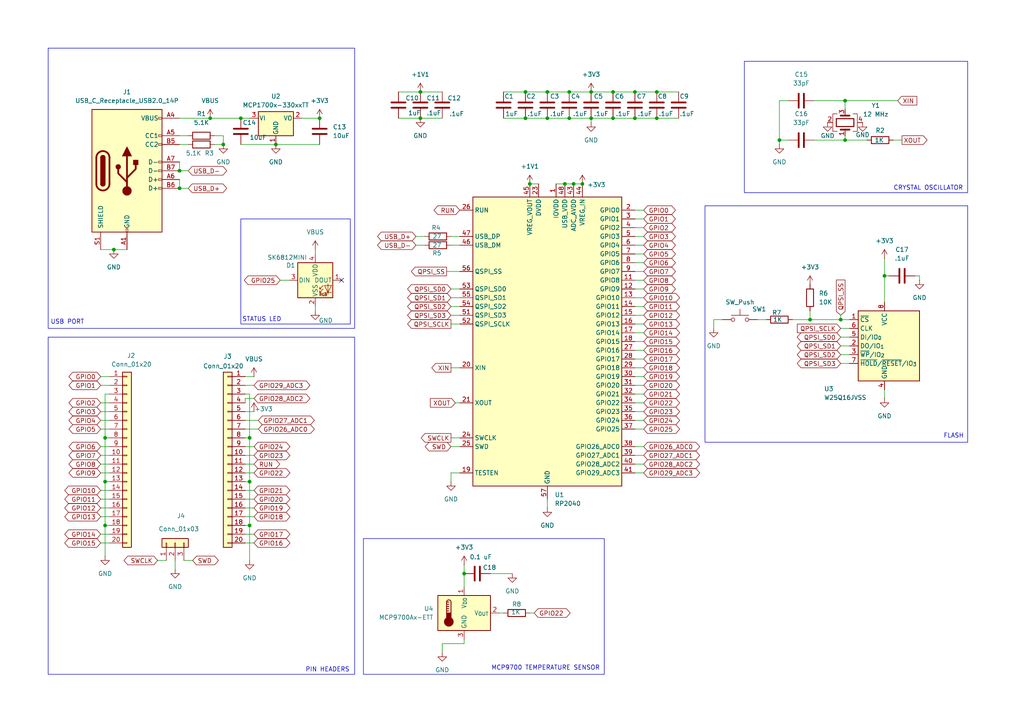
<source format=kicad_sch>
(kicad_sch (version 20250114) (generator "eeschema") (generator_version "9.0")
  (paper "A4")
  (rectangle (start 105.41 156.21) (end 175.26 195.58))
  (text "MCP9700 TEMPERATURE SENSOR" (at 158.242 193.802 0) (effects (font (size 1.27 1.27))))
  (text "USB PORT" (at 19.558 93.472 0) (effects (font (size 1.27 1.27))))
  (text "PIN HEADERS\n" (at 94.996 194.31 0) (effects (font (size 1.27 1.27))))
  (text "STATUS LED" (at 75.946 92.71 0) (effects (font (size 1.27 1.27))))
  (text "FLASH\n" (at 276.606 126.492 0) (effects (font (size 1.27 1.27))))
  (text "CRYSTAL OSCILLATOR\n" (at 269.24 54.61 0) (effects (font (size 1.27 1.27))))
  (text_box "" (at 13.97 13.97 0) (size 88.9 81.28) (margins 0.9525 0.9525 0.9525 0.9525) (effects (font (size 1.27 1.27)) (justify left top)))
  (text_box "" (at 13.97 97.79 0) (size 88.9 97.79) (margins 0.9525 0.9525 0.9525 0.9525) (effects (font (size 1.27 1.27)) (justify left top)))
  (text_box "" (at 69.85 63.5 0) (size 31.75 30.48) (margins 0.9525 0.9525 0.9525 0.9525) (effects (font (size 1.27 1.27)) (justify left top)))
  (text_box "" (at 204.47 59.69 0) (size 76.2 68.58) (margins 0.9525 0.9525 0.9525 0.9525) (effects (font (size 1.27 1.27)) (justify left top)))
  (text_box "" (at 215.9 17.78 0) (size 64.77 38.1) (margins 0.9525 0.9525 0.9525 0.9525) (effects (font (size 1.27 1.27)) (justify left top)))
  (junction (at 171.45 34.29))
  (junction (at 52.07 49.53))
  (junction (at 184.15 26.67))
  (junction (at 165.1 26.67))
  (junction (at 72.39 127))
  (junction (at 69.85 34.29))
  (junction (at 226.06 40.64))
  (junction (at 177.8 34.29))
  (junction (at 177.8 26.67))
  (junction (at 121.92 26.67))
  (junction (at 92.71 34.29))
  (junction (at 80.01 41.91))
  (junction (at 72.39 139.7))
  (junction (at 190.5 34.29))
  (junction (at 30.48 127))
  (junction (at 152.4 26.67))
  (junction (at 234.95 92.71))
  (junction (at 168.91 53.34))
  (junction (at 30.48 139.7))
  (junction (at 171.45 26.67))
  (junction (at 33.02 72.39))
  (junction (at 165.1 34.29))
  (junction (at 184.15 34.29))
  (junction (at 52.07 54.61))
  (junction (at 158.75 34.29))
  (junction (at 190.5 26.67))
  (junction (at 153.67 53.34))
  (junction (at 245.11 40.64))
  (junction (at 134.62 166.37))
  (junction (at 256.54 80.01))
  (junction (at 166.37 53.34))
  (junction (at 243.84 92.71))
  (junction (at 158.75 26.67))
  (junction (at 245.11 29.21))
  (junction (at 72.39 152.4))
  (junction (at 30.48 152.4))
  (junction (at 163.83 53.34))
  (junction (at 60.96 34.29))
  (junction (at 64.77 41.91))
  (junction (at 121.92 34.29))
  (junction (at 152.4 34.29))
  (no_connect (at 99.06 81.28))
  (wire (pts (xy 184.15 78.74) (xy 186.69 78.74)))
  (wire (pts (xy 184.15 96.52) (xy 186.69 96.52)))
  (wire (pts (xy 52.07 34.29) (xy 60.96 34.29)))
  (wire (pts (xy 72.39 152.4) (xy 72.39 162.56)))
  (wire (pts (xy 130.81 83.82) (xy 133.35 83.82)))
  (wire (pts (xy 243.84 91.44) (xy 243.84 92.71)))
  (wire (pts (xy 71.12 114.3) (xy 72.39 114.3)))
  (wire (pts (xy 161.29 53.34) (xy 163.83 53.34)))
  (wire (pts (xy 71.12 124.46) (xy 74.93 124.46)))
  (wire (pts (xy 72.39 114.3) (xy 72.39 127)))
  (wire (pts (xy 71.12 149.86) (xy 73.66 149.86)))
  (wire (pts (xy 184.15 137.16) (xy 186.69 137.16)))
  (wire (pts (xy 184.15 116.84) (xy 186.69 116.84)))
  (wire (pts (xy 71.12 144.78) (xy 73.66 144.78)))
  (wire (pts (xy 130.81 68.58) (xy 133.35 68.58)))
  (wire (pts (xy 130.81 71.12) (xy 133.35 71.12)))
  (wire (pts (xy 69.85 34.29) (xy 72.39 34.29)))
  (wire (pts (xy 130.81 88.9) (xy 133.35 88.9)))
  (wire (pts (xy 184.15 86.36) (xy 186.69 86.36)))
  (wire (pts (xy 184.15 129.54) (xy 186.69 129.54)))
  (wire (pts (xy 184.15 114.3) (xy 186.69 114.3)))
  (wire (pts (xy 71.12 116.84) (xy 71.12 115.57)))
  (wire (pts (xy 30.48 139.7) (xy 31.75 139.7)))
  (wire (pts (xy 128.27 186.69) (xy 134.62 186.69)))
  (wire (pts (xy 184.15 101.6) (xy 186.69 101.6)))
  (wire (pts (xy 71.12 154.94) (xy 73.66 154.94)))
  (wire (pts (xy 71.12 132.08) (xy 73.66 132.08)))
  (wire (pts (xy 229.87 92.71) (xy 234.95 92.71)))
  (wire (pts (xy 83.82 81.28) (xy 81.28 81.28)))
  (wire (pts (xy 234.95 92.71) (xy 243.84 92.71)))
  (wire (pts (xy 166.37 53.34) (xy 168.91 53.34)))
  (wire (pts (xy 132.08 116.84) (xy 133.35 116.84)))
  (wire (pts (xy 31.75 137.16) (xy 29.21 137.16)))
  (wire (pts (xy 184.15 93.98) (xy 186.69 93.98)))
  (wire (pts (xy 158.75 26.67) (xy 165.1 26.67)))
  (wire (pts (xy 31.75 114.3) (xy 30.48 114.3)))
  (wire (pts (xy 72.39 127) (xy 72.39 139.7)))
  (wire (pts (xy 115.57 34.29) (xy 121.92 34.29)))
  (wire (pts (xy 130.81 86.36) (xy 133.35 86.36)))
  (wire (pts (xy 30.48 139.7) (xy 30.48 152.4)))
  (wire (pts (xy 243.84 102.87) (xy 246.38 102.87)))
  (wire (pts (xy 171.45 26.67) (xy 177.8 26.67)))
  (wire (pts (xy 256.54 74.93) (xy 256.54 80.01)))
  (wire (pts (xy 184.15 76.2) (xy 186.69 76.2)))
  (wire (pts (xy 245.11 29.21) (xy 260.35 29.21)))
  (wire (pts (xy 71.12 147.32) (xy 73.66 147.32)))
  (wire (pts (xy 50.8 162.56) (xy 50.8 165.1)))
  (wire (pts (xy 236.22 40.64) (xy 245.11 40.64)))
  (wire (pts (xy 31.75 132.08) (xy 29.21 132.08)))
  (wire (pts (xy 256.54 113.03) (xy 256.54 115.57)))
  (wire (pts (xy 256.54 80.01) (xy 256.54 87.63)))
  (wire (pts (xy 52.07 46.99) (xy 52.07 49.53)))
  (wire (pts (xy 128.27 186.69) (xy 128.27 189.23)))
  (wire (pts (xy 33.02 72.39) (xy 36.83 72.39)))
  (wire (pts (xy 31.75 154.94) (xy 29.21 154.94)))
  (wire (pts (xy 171.45 34.29) (xy 177.8 34.29)))
  (wire (pts (xy 184.15 71.12) (xy 186.69 71.12)))
  (wire (pts (xy 130.81 93.98) (xy 133.35 93.98)))
  (wire (pts (xy 184.15 73.66) (xy 186.69 73.66)))
  (wire (pts (xy 31.75 129.54) (xy 29.21 129.54)))
  (wire (pts (xy 184.15 106.68) (xy 186.69 106.68)))
  (wire (pts (xy 30.48 152.4) (xy 31.75 152.4)))
  (wire (pts (xy 177.8 26.67) (xy 184.15 26.67)))
  (wire (pts (xy 266.7 81.28) (xy 266.7 80.01)))
  (wire (pts (xy 184.15 26.67) (xy 190.5 26.67)))
  (wire (pts (xy 31.75 144.78) (xy 29.21 144.78)))
  (wire (pts (xy 226.06 29.21) (xy 226.06 40.64)))
  (wire (pts (xy 146.05 26.67) (xy 152.4 26.67)))
  (wire (pts (xy 115.57 26.67) (xy 121.92 26.67)))
  (wire (pts (xy 146.05 34.29) (xy 152.4 34.29)))
  (wire (pts (xy 158.75 144.78) (xy 158.75 147.32)))
  (wire (pts (xy 243.84 105.41) (xy 246.38 105.41)))
  (wire (pts (xy 184.15 68.58) (xy 186.69 68.58)))
  (wire (pts (xy 69.85 41.91) (xy 80.01 41.91)))
  (wire (pts (xy 71.12 129.54) (xy 73.66 129.54)))
  (wire (pts (xy 64.77 39.37) (xy 64.77 41.91)))
  (wire (pts (xy 52.07 41.91) (xy 54.61 41.91)))
  (wire (pts (xy 177.8 34.29) (xy 184.15 34.29)))
  (wire (pts (xy 190.5 26.67) (xy 196.85 26.67)))
  (wire (pts (xy 71.12 119.38) (xy 73.66 119.38)))
  (wire (pts (xy 184.15 91.44) (xy 186.69 91.44)))
  (wire (pts (xy 52.07 54.61) (xy 54.61 54.61)))
  (wire (pts (xy 171.45 34.29) (xy 171.45 35.56)))
  (wire (pts (xy 120.65 71.12) (xy 123.19 71.12)))
  (wire (pts (xy 184.15 99.06) (xy 186.69 99.06)))
  (wire (pts (xy 245.11 39.37) (xy 245.11 40.64)))
  (wire (pts (xy 184.15 34.29) (xy 190.5 34.29)))
  (wire (pts (xy 243.84 100.33) (xy 246.38 100.33)))
  (wire (pts (xy 31.75 111.76) (xy 29.21 111.76)))
  (wire (pts (xy 228.6 29.21) (xy 226.06 29.21)))
  (wire (pts (xy 184.15 109.22) (xy 186.69 109.22)))
  (wire (pts (xy 209.55 92.71) (xy 207.01 92.71)))
  (wire (pts (xy 71.12 115.57) (xy 73.66 115.57)))
  (wire (pts (xy 130.81 106.68) (xy 133.35 106.68)))
  (wire (pts (xy 165.1 34.29) (xy 171.45 34.29)))
  (wire (pts (xy 71.12 152.4) (xy 72.39 152.4)))
  (wire (pts (xy 226.06 40.64) (xy 226.06 41.91)))
  (wire (pts (xy 91.44 72.39) (xy 91.44 73.66)))
  (wire (pts (xy 31.75 142.24) (xy 29.21 142.24)))
  (wire (pts (xy 184.15 111.76) (xy 186.69 111.76)))
  (wire (pts (xy 184.15 88.9) (xy 186.69 88.9)))
  (wire (pts (xy 45.72 162.56) (xy 48.26 162.56)))
  (wire (pts (xy 261.62 40.64) (xy 259.08 40.64)))
  (wire (pts (xy 71.12 127) (xy 72.39 127)))
  (wire (pts (xy 120.65 68.58) (xy 123.19 68.58)))
  (wire (pts (xy 226.06 40.64) (xy 228.6 40.64)))
  (wire (pts (xy 31.75 116.84) (xy 29.21 116.84)))
  (wire (pts (xy 30.48 114.3) (xy 30.48 127)))
  (wire (pts (xy 256.54 80.01) (xy 257.81 80.01)))
  (wire (pts (xy 71.12 111.76) (xy 73.66 111.76)))
  (wire (pts (xy 31.75 109.22) (xy 29.21 109.22)))
  (wire (pts (xy 130.81 91.44) (xy 133.35 91.44)))
  (wire (pts (xy 134.62 166.37) (xy 134.62 170.18)))
  (wire (pts (xy 184.15 60.96) (xy 186.69 60.96)))
  (wire (pts (xy 31.75 121.92) (xy 29.21 121.92)))
  (wire (pts (xy 121.92 34.29) (xy 128.27 34.29)))
  (wire (pts (xy 134.62 163.83) (xy 134.62 166.37)))
  (wire (pts (xy 184.15 121.92) (xy 186.69 121.92)))
  (wire (pts (xy 184.15 104.14) (xy 186.69 104.14)))
  (wire (pts (xy 243.84 92.71) (xy 246.38 92.71)))
  (wire (pts (xy 130.81 129.54) (xy 133.35 129.54)))
  (wire (pts (xy 52.07 49.53) (xy 54.61 49.53)))
  (wire (pts (xy 236.22 29.21) (xy 245.11 29.21)))
  (wire (pts (xy 184.15 63.5) (xy 186.69 63.5)))
  (wire (pts (xy 91.44 88.9) (xy 91.44 90.17)))
  (wire (pts (xy 31.75 134.62) (xy 29.21 134.62)))
  (wire (pts (xy 52.07 39.37) (xy 54.61 39.37)))
  (wire (pts (xy 129.54 78.74) (xy 133.35 78.74)))
  (wire (pts (xy 62.23 39.37) (xy 64.77 39.37)))
  (wire (pts (xy 71.12 139.7) (xy 72.39 139.7)))
  (wire (pts (xy 52.07 52.07) (xy 52.07 54.61)))
  (wire (pts (xy 31.75 124.46) (xy 29.21 124.46)))
  (wire (pts (xy 184.15 134.62) (xy 186.69 134.62)))
  (wire (pts (xy 158.75 34.29) (xy 165.1 34.29)))
  (wire (pts (xy 245.11 40.64) (xy 251.46 40.64)))
  (wire (pts (xy 31.75 157.48) (xy 29.21 157.48)))
  (wire (pts (xy 219.71 92.71) (xy 222.25 92.71)))
  (wire (pts (xy 53.34 162.56) (xy 55.88 162.56)))
  (wire (pts (xy 30.48 127) (xy 30.48 139.7)))
  (wire (pts (xy 184.15 81.28) (xy 186.69 81.28)))
  (wire (pts (xy 152.4 26.67) (xy 158.75 26.67)))
  (wire (pts (xy 184.15 119.38) (xy 186.69 119.38)))
  (wire (pts (xy 62.23 41.91) (xy 64.77 41.91)))
  (wire (pts (xy 130.81 139.7) (xy 130.81 137.16)))
  (wire (pts (xy 31.75 119.38) (xy 29.21 119.38)))
  (wire (pts (xy 163.83 53.34) (xy 166.37 53.34)))
  (wire (pts (xy 266.7 80.01) (xy 265.43 80.01)))
  (wire (pts (xy 165.1 26.67) (xy 171.45 26.67)))
  (wire (pts (xy 60.96 34.29) (xy 69.85 34.29)))
  (wire (pts (xy 71.12 109.22) (xy 73.66 109.22)))
  (wire (pts (xy 153.67 177.8) (xy 154.94 177.8)))
  (wire (pts (xy 243.84 97.79) (xy 246.38 97.79)))
  (wire (pts (xy 152.4 34.29) (xy 158.75 34.29)))
  (wire (pts (xy 234.95 90.17) (xy 234.95 92.71)))
  (wire (pts (xy 71.12 137.16) (xy 73.66 137.16)))
  (wire (pts (xy 121.92 26.67) (xy 128.27 26.67)))
  (wire (pts (xy 80.01 41.91) (xy 92.71 41.91)))
  (wire (pts (xy 71.12 157.48) (xy 73.66 157.48)))
  (wire (pts (xy 243.84 95.25) (xy 246.38 95.25)))
  (wire (pts (xy 144.78 177.8) (xy 146.05 177.8)))
  (wire (pts (xy 71.12 121.92) (xy 74.93 121.92)))
  (wire (pts (xy 184.15 66.04) (xy 186.69 66.04)))
  (wire (pts (xy 71.12 142.24) (xy 73.66 142.24)))
  (wire (pts (xy 130.81 137.16) (xy 133.35 137.16)))
  (wire (pts (xy 30.48 152.4) (xy 30.48 161.29)))
  (wire (pts (xy 142.24 166.37) (xy 148.59 166.37)))
  (wire (pts (xy 31.75 147.32) (xy 29.21 147.32)))
  (wire (pts (xy 245.11 29.21) (xy 245.11 31.75)))
  (wire (pts (xy 190.5 34.29) (xy 196.85 34.29)))
  (wire (pts (xy 184.15 132.08) (xy 186.69 132.08)))
  (wire (pts (xy 87.63 34.29) (xy 92.71 34.29)))
  (wire (pts (xy 71.12 134.62) (xy 73.66 134.62)))
  (wire (pts (xy 134.62 186.69) (xy 134.62 185.42)))
  (wire (pts (xy 207.01 95.25) (xy 207.01 92.71)))
  (wire (pts (xy 130.81 127) (xy 133.35 127)))
  (wire (pts (xy 72.39 139.7) (xy 72.39 152.4)))
  (wire (pts (xy 30.48 127) (xy 31.75 127)))
  (wire (pts (xy 29.21 72.39) (xy 33.02 72.39)))
  (wire (pts (xy 153.67 53.34) (xy 156.21 53.34)))
  (wire (pts (xy 184.15 124.46) (xy 186.69 124.46)))
  (wire (pts (xy 31.75 149.86) (xy 29.21 149.86)))
  (wire (pts (xy 184.15 83.82) (xy 186.69 83.82)))
  (global_label "GPIO15" (shape bidirectional) (at 186.69 99.06 0) (property "Intersheetrefs" "${INTERSHEET_REFS}" (effects (hide yes))))
  (global_label "GPIO4" (shape bidirectional) (at 186.69 71.12 0) (property "Intersheetrefs" "${INTERSHEET_REFS}" (effects (hide yes))))
  (global_label "GPIO12" (shape bidirectional) (at 29.21 147.32 180) (property "Intersheetrefs" "${INTERSHEET_REFS}" (effects (hide yes))))
  (global_label "GPIO3" (shape bidirectional) (at 29.21 119.38 180) (property "Intersheetrefs" "${INTERSHEET_REFS}" (effects (hide yes))))
  (global_label "GPIO10" (shape bidirectional) (at 186.69 86.36 0) (property "Intersheetrefs" "${INTERSHEET_REFS}" (effects (hide yes))))
  (global_label "GPIO2" (shape bidirectional) (at 29.21 116.84 180) (property "Intersheetrefs" "${INTERSHEET_REFS}" (effects (hide yes))))
  (global_label "GPIO4" (shape bidirectional) (at 29.21 121.92 180) (property "Intersheetrefs" "${INTERSHEET_REFS}" (effects (hide yes))))
  (global_label "GPIO26_ADC0" (shape bidirectional) (at 186.69 129.54 0) (property "Intersheetrefs" "${INTERSHEET_REFS}" (effects (hide yes))))
  (global_label "GPIO3" (shape bidirectional) (at 186.69 68.58 0) (property "Intersheetrefs" "${INTERSHEET_REFS}" (effects (hide yes))))
  (global_label "GPIO11" (shape bidirectional) (at 29.21 144.78 180) (property "Intersheetrefs" "${INTERSHEET_REFS}" (effects (hide yes))))
  (global_label "GPIO20" (shape bidirectional) (at 73.66 144.78 0) (property "Intersheetrefs" "${INTERSHEET_REFS}" (effects (hide yes))))
  (global_label "GPIO29_ADC3" (shape bidirectional) (at 73.66 111.76 0) (property "Intersheetrefs" "${INTERSHEET_REFS}" (effects (hide yes))))
  (global_label "GPIO22" (shape bidirectional) (at 186.69 116.84 0) (property "Intersheetrefs" "${INTERSHEET_REFS}" (effects (hide yes))))
  (global_label "GPIO1" (shape bidirectional) (at 29.21 111.76 180) (property "Intersheetrefs" "${INTERSHEET_REFS}" (effects (hide yes))))
  (global_label "GPIO11" (shape bidirectional) (at 186.69 88.9 0) (property "Intersheetrefs" "${INTERSHEET_REFS}" (effects (hide yes))))
  (global_label "GPIO26_ADC0" (shape bidirectional) (at 74.93 124.46 0) (property "Intersheetrefs" "${INTERSHEET_REFS}" (effects (hide yes))))
  (global_label "GPIO7" (shape bidirectional) (at 186.69 78.74 0) (property "Intersheetrefs" "${INTERSHEET_REFS}" (effects (hide yes))))
  (global_label "GPIO23" (shape bidirectional) (at 73.66 132.08 0) (property "Intersheetrefs" "${INTERSHEET_REFS}" (effects (hide yes))))
  (global_label "SWCLK" (shape bidirectional) (at 45.72 162.56 180) (property "Intersheetrefs" "${INTERSHEET_REFS}" (effects (hide yes))))
  (global_label "GPIO21" (shape bidirectional) (at 186.69 114.3 0) (property "Intersheetrefs" "${INTERSHEET_REFS}" (effects (hide yes))))
  (global_label "QPSI_SD0" (shape bidirectional) (at 130.81 83.82 180) (property "Intersheetrefs" "${INTERSHEET_REFS}" (effects (hide yes))))
  (global_label "GPIO28_ADC2" (shape bidirectional) (at 73.66 115.57 0) (property "Intersheetrefs" "${INTERSHEET_REFS}" (effects (hide yes))))
  (global_label "GPIO17" (shape bidirectional) (at 186.69 104.14 0) (property "Intersheetrefs" "${INTERSHEET_REFS}" (effects (hide yes))))
  (global_label "RUN" (shape bidirectional) (at 73.66 134.62 0) (property "Intersheetrefs" "${INTERSHEET_REFS}" (effects (hide yes))))
  (global_label "GPIO18" (shape bidirectional) (at 73.66 149.86 0) (property "Intersheetrefs" "${INTERSHEET_REFS}" (effects (hide yes))))
  (global_label "GPIO13" (shape bidirectional) (at 186.69 93.98 0) (property "Intersheetrefs" "${INTERSHEET_REFS}" (effects (hide yes))))
  (global_label "XOUT" (shape output) (at 261.62 40.64 0) (property "Intersheetrefs" "${INTERSHEET_REFS}" (effects (hide yes))))
  (global_label "GPIO23" (shape bidirectional) (at 186.69 119.38 0) (property "Intersheetrefs" "${INTERSHEET_REFS}" (effects (hide yes))))
  (global_label "GPIO25" (shape bidirectional) (at 186.69 124.46 0) (property "Intersheetrefs" "${INTERSHEET_REFS}" (effects (hide yes))))
  (global_label "GPIO17" (shape bidirectional) (at 73.66 154.94 0) (property "Intersheetrefs" "${INTERSHEET_REFS}" (effects (hide yes))))
  (global_label "GPIO22" (shape bidirectional) (at 154.94 177.8 0) (property "Intersheetrefs" "${INTERSHEET_REFS}" (effects (hide yes))))
  (global_label "GPIO0" (shape bidirectional) (at 29.21 109.22 180) (property "Intersheetrefs" "${INTERSHEET_REFS}" (effects (hide yes))))
  (global_label "GPIO27_ADC1" (shape bidirectional) (at 186.69 132.08 0) (property "Intersheetrefs" "${INTERSHEET_REFS}" (effects (hide yes))))
  (global_label "GPIO14" (shape bidirectional) (at 29.21 154.94 180) (property "Intersheetrefs" "${INTERSHEET_REFS}" (effects (hide yes))))
  (global_label "QPSI_SS" (shape output) (at 129.54 78.74 180) (property "Intersheetrefs" "${INTERSHEET_REFS}" (effects (hide yes))))
  (global_label "GPIO29_ADC3" (shape bidirectional) (at 186.69 137.16 0) (property "Intersheetrefs" "${INTERSHEET_REFS}" (effects (hide yes))))
  (global_label "GPIO1" (shape bidirectional) (at 186.69 63.5 0) (property "Intersheetrefs" "${INTERSHEET_REFS}" (effects (hide yes))))
  (global_label "GPIO27_ADC1" (shape bidirectional) (at 74.93 121.92 0) (property "Intersheetrefs" "${INTERSHEET_REFS}" (effects (hide yes))))
  (global_label "GPIO10" (shape bidirectional) (at 29.21 142.24 180) (property "Intersheetrefs" "${INTERSHEET_REFS}" (effects (hide yes))))
  (global_label "GPIO9" (shape bidirectional) (at 29.21 137.16 180) (property "Intersheetrefs" "${INTERSHEET_REFS}" (effects (hide yes))))
  (global_label "QPSI_SD2" (shape bidirectional) (at 130.81 88.9 180) (property "Intersheetrefs" "${INTERSHEET_REFS}" (effects (hide yes))))
  (global_label "GPIO8" (shape bidirectional) (at 29.21 134.62 180) (property "Intersheetrefs" "${INTERSHEET_REFS}" (effects (hide yes))))
  (global_label "GPIO0" (shape bidirectional) (at 186.69 60.96 0) (property "Intersheetrefs" "${INTERSHEET_REFS}" (effects (hide yes))))
  (global_label "GPIO14" (shape bidirectional) (at 186.69 96.52 0) (property "Intersheetrefs" "${INTERSHEET_REFS}" (effects (hide yes))))
  (global_label "QPSI_SD0" (shape bidirectional) (at 243.84 97.79 180) (property "Intersheetrefs" "${INTERSHEET_REFS}" (effects (hide yes))))
  (global_label "USB_D+" (shape bidirectional) (at 54.61 54.61 0) (property "Intersheetrefs" "${INTERSHEET_REFS}" (effects (hide yes))))
  (global_label "GPIO2" (shape bidirectional) (at 186.69 66.04 0) (property "Intersheetrefs" "${INTERSHEET_REFS}" (effects (hide yes))))
  (global_label "USB_D-" (shape bidirectional) (at 54.61 49.53 0) (property "Intersheetrefs" "${INTERSHEET_REFS}" (effects (hide yes))))
  (global_label "XIN" (shape input) (at 260.35 29.21 0) (property "Intersheetrefs" "${INTERSHEET_REFS}" (effects (hide yes))))
  (global_label "GPIO24" (shape bidirectional) (at 186.69 121.92 0) (property "Intersheetrefs" "${INTERSHEET_REFS}" (effects (hide yes))))
  (global_label "SWD" (shape bidirectional) (at 130.81 129.54 180) (property "Intersheetrefs" "${INTERSHEET_REFS}" (effects (hide yes))))
  (global_label "GPIO28_ADC2" (shape bidirectional) (at 186.69 134.62 0) (property "Intersheetrefs" "${INTERSHEET_REFS}" (effects (hide yes))))
  (global_label "GPIO19" (shape bidirectional) (at 186.69 109.22 0) (property "Intersheetrefs" "${INTERSHEET_REFS}" (effects (hide yes))))
  (global_label "QPSI_SCLK" (shape input) (at 243.84 95.25 180) (property "Intersheetrefs" "${INTERSHEET_REFS}" (effects (hide yes))))
  (global_label "QPSI_SD2" (shape bidirectional) (at 243.84 102.87 180) (property "Intersheetrefs" "${INTERSHEET_REFS}" (effects (hide yes))))
  (global_label "GPIO20" (shape bidirectional) (at 186.69 111.76 0) (property "Intersheetrefs" "${INTERSHEET_REFS}" (effects (hide yes))))
  (global_label "SWCLK" (shape output) (at 130.81 127 180) (property "Intersheetrefs" "${INTERSHEET_REFS}" (effects (hide yes))))
  (global_label "XIN" (shape output) (at 130.81 106.68 180) (property "Intersheetrefs" "${INTERSHEET_REFS}" (effects (hide yes))))
  (global_label "GPIO15" (shape bidirectional) (at 29.21 157.48 180) (property "Intersheetrefs" "${INTERSHEET_REFS}" (effects (hide yes))))
  (global_label "GPIO16" (shape bidirectional) (at 73.66 157.48 0) (property "Intersheetrefs" "${INTERSHEET_REFS}" (effects (hide yes))))
  (global_label "USB_D+" (shape bidirectional) (at 120.65 68.58 180) (property "Intersheetrefs" "${INTERSHEET_REFS}" (effects (hide yes))))
  (global_label "QPSI_SD3" (shape bidirectional) (at 243.84 105.41 180) (property "Intersheetrefs" "${INTERSHEET_REFS}" (effects (hide yes))))
  (global_label "GPIO24" (shape bidirectional) (at 73.66 129.54 0) (property "Intersheetrefs" "${INTERSHEET_REFS}" (effects (hide yes))))
  (global_label "QPSI_SS" (shape input) (at 243.84 91.44 90) (property "Intersheetrefs" "${INTERSHEET_REFS}" (effects (hide yes))))
  (global_label "GPIO9" (shape bidirectional) (at 186.69 83.82 0) (property "Intersheetrefs" "${INTERSHEET_REFS}" (effects (hide yes))))
  (global_label "GPIO19" (shape bidirectional) (at 73.66 147.32 0) (property "Intersheetrefs" "${INTERSHEET_REFS}" (effects (hide yes))))
  (global_label "GPIO18" (shape bidirectional) (at 186.69 106.68 0) (property "Intersheetrefs" "${INTERSHEET_REFS}" (effects (hide yes))))
  (global_label "GPIO13" (shape bidirectional) (at 29.21 149.86 180) (property "Intersheetrefs" "${INTERSHEET_REFS}" (effects (hide yes))))
  (global_label "GPIO6" (shape bidirectional) (at 29.21 129.54 180) (property "Intersheetrefs" "${INTERSHEET_REFS}" (effects (hide yes))))
  (global_label "QPSI_SD1" (shape bidirectional) (at 130.81 86.36 180) (property "Intersheetrefs" "${INTERSHEET_REFS}" (effects (hide yes))))
  (global_label "GPIO5" (shape bidirectional) (at 186.69 73.66 0) (property "Intersheetrefs" "${INTERSHEET_REFS}" (effects (hide yes))))
  (global_label "XOUT" (shape input) (at 132.08 116.84 180) (property "Intersheetrefs" "${INTERSHEET_REFS}" (effects (hide yes))))
  (global_label "RUN" (shape bidirectional) (at 133.35 60.96 180) (property "Intersheetrefs" "${INTERSHEET_REFS}" (effects (hide yes))))
  (global_label "GPIO12" (shape bidirectional) (at 186.69 91.44 0) (property "Intersheetrefs" "${INTERSHEET_REFS}" (effects (hide yes))))
  (global_label "GPIO7" (shape bidirectional) (at 29.21 132.08 180) (property "Intersheetrefs" "${INTERSHEET_REFS}" (effects (hide yes))))
  (global_label "SWD" (shape bidirectional) (at 55.88 162.56 0) (property "Intersheetrefs" "${INTERSHEET_REFS}" (effects (hide yes))))
  (global_label "GPIO16" (shape bidirectional) (at 186.69 101.6 0) (property "Intersheetrefs" "${INTERSHEET_REFS}" (effects (hide yes))))
  (global_label "GPIO6" (shape bidirectional) (at 186.69 76.2 0) (property "Intersheetrefs" "${INTERSHEET_REFS}" (effects (hide yes))))
  (global_label "GPIO8" (shape bidirectional) (at 186.69 81.28 0) (property "Intersheetrefs" "${INTERSHEET_REFS}" (effects (hide yes))))
  (global_label "GPIO21" (shape bidirectional) (at 73.66 142.24 0) (property "Intersheetrefs" "${INTERSHEET_REFS}" (effects (hide yes))))
  (global_label "GPIO25" (shape bidirectional) (at 81.28 81.28 180) (property "Intersheetrefs" "${INTERSHEET_REFS}" (effects (hide yes))))
  (global_label "QPSI_SCLK" (shape output) (at 130.81 93.98 180) (property "Intersheetrefs" "${INTERSHEET_REFS}" (effects (hide yes))))
  (global_label "QPSI_SD3" (shape bidirectional) (at 130.81 91.44 180) (property "Intersheetrefs" "${INTERSHEET_REFS}" (effects (hide yes))))
  (global_label "GPIO5" (shape bidirectional) (at 29.21 124.46 180) (property "Intersheetrefs" "${INTERSHEET_REFS}" (effects (hide yes))))
  (global_label "GPIO22" (shape bidirectional) (at 73.66 137.16 0) (property "Intersheetrefs" "${INTERSHEET_REFS}" (effects (hide yes))))
  (global_label "QPSI_SD1" (shape bidirectional) (at 243.84 100.33 180) (property "Intersheetrefs" "${INTERSHEET_REFS}" (effects (hide yes))))
  (global_label "USB_D-" (shape bidirectional) (at 120.65 71.12 180) (property "Intersheetrefs" "${INTERSHEET_REFS}" (effects (hide yes))))
  (symbol (lib_id "Device:C") (at 128.27 30.48 0) (unit 1)
    (property "Reference" "C12" (at 129.794 28.448 0) (effects (justify left)))
    (property "Value" ".1uF" (at 130.302 33.02 0) (effects (justify left)))
    (property "Footprint" "Capacitor_SMD:C_0402_1005Metric" (effects (hide yes)))
    (property "Description" "Unpolarized capacitor" (effects (hide yes)))
  )
  (symbol (lib_id "power:GND") (at 266.7 81.28 0) (unit 1)
    (property "Reference" "#PWR019" (effects (hide yes)))
    (property "Value" "GND" (at 266.7 86.36 0))
    (property "Description" "Power symbol creates a global label with name \"GND\" , ground" (effects (hide yes)))
  )
  (symbol (lib_id "Device:Crystal_GND24") (at 245.11 35.56 90) (unit 1)
    (property "Reference" "Y1" (at 254 30.6068 90))
    (property "Value" "12 MHz" (at 254 33.1468 90))
    (property "Footprint" "Crystal:Crystal_SMD_3225-4Pin_3.2x2.5mm" (effects (hide yes)))
    (property "Description" "Four pin crystal, GND on pins 2 and 4" (effects (hide yes)))
  )
  (symbol (lib_id "Device:C") (at 232.41 29.21 90) (unit 1)
    (property "Reference" "C15" (at 232.41 21.59 90))
    (property "Value" "33pF" (at 232.41 24.13 90))
    (property "Footprint" "Capacitor_SMD:C_0402_1005Metric" (effects (hide yes)))
    (property "Description" "Unpolarized capacitor" (effects (hide yes)))
  )
  (symbol (lib_id "Device:R") (at 58.42 41.91 90) (unit 1)
    (property "Reference" "R3" (at 60.706 44.45 90))
    (property "Value" "5.1K" (at 56.134 44.45 90))
    (property "Footprint" "Resistor_SMD:R_0402_1005Metric" (effects (hide yes)))
    (property "Description" "Resistor" (effects (hide yes)))
  )
  (symbol (lib_id "power:GND") (at 130.81 139.7 0) (unit 1)
    (property "Reference" "#PWR020" (effects (hide yes)))
    (property "Value" "GND" (at 130.81 144.78 0))
    (property "Description" "Power symbol creates a global label with name \"GND\" , ground" (effects (hide yes)))
  )
  (symbol (lib_id "power:VBUS") (at 91.44 72.39 0) (unit 1)
    (property "Reference" "#PWR028" (effects (hide yes)))
    (property "Value" "VBUS" (at 91.44 67.31 0))
    (property "Description" "Power symbol creates a global label with name \"VBUS\"" (effects (hide yes)))
  )
  (symbol (lib_id "power:GND") (at 72.39 162.56 0) (unit 1)
    (property "Reference" "#PWR024" (effects (hide yes)))
    (property "Value" "GND" (at 72.39 167.64 0))
    (property "Description" "Power symbol creates a global label with name \"GND\" , ground" (effects (hide yes)))
  )
  (symbol (lib_id "power:VBUS") (at 60.96 34.29 0) (unit 1)
    (property "Reference" "#PWR010" (effects (hide yes)))
    (property "Value" "VBUS" (at 60.96 29.21 0))
    (property "Description" "Power symbol creates a global label with name \"VBUS\"" (effects (hide yes)))
  )
  (symbol (lib_id "power:GND") (at 250.19 35.56 0) (unit 1)
    (property "Reference" "#PWR013" (effects (hide yes)))
    (property "Value" "GND" (at 250.19 39.116 0))
    (property "Description" "Power symbol creates a global label with name \"GND\" , ground" (effects (hide yes)))
  )
  (symbol (lib_id "power:GND") (at 121.92 34.29 0) (unit 1)
    (property "Reference" "#PWR05" (effects (hide yes)))
    (property "Value" "GND" (at 121.92 39.37 0))
    (property "Description" "Power symbol creates a global label with name \"GND\" , ground" (effects (hide yes)))
  )
  (symbol (lib_id "power:GND") (at 207.01 95.25 0) (unit 1)
    (property "Reference" "#PWR017" (effects (hide yes)))
    (property "Value" "GND" (at 207.01 100.33 0))
    (property "Description" "Power symbol creates a global label with name \"GND\" , ground" (effects (hide yes)))
  )
  (symbol (lib_id "Device:C") (at 146.05 30.48 0) (unit 1)
    (property "Reference" "C2" (at 152.654 27.94 0) (effects (justify left)))
    (property "Value" "1uF" (at 146.558 33.02 0) (effects (justify left)))
    (property "Footprint" "Capacitor_SMD:C_0402_1005Metric" (effects (hide yes)))
    (property "Description" "Unpolarized capacitor" (effects (hide yes)))
  )
  (symbol (lib_id "power:+3V3") (at 73.66 119.38 0) (unit 1)
    (property "Reference" "#PWR026" (effects (hide yes)))
    (property "Value" "+3V3" (at 76.454 118.618 0))
    (property "Description" "Power symbol creates a global label with name \"+3V3\"" (effects (hide yes)))
  )
  (symbol (lib_id "LED:SK6812MINI") (at 91.44 81.28 0) (unit 1)
    (property "Reference" "D1" (at 84.328 76.962 0))
    (property "Value" "SK6812MINI" (at 83.312 74.676 0))
    (property "Footprint" "LED_SMD:LED_SK6812MINI_PLCC4_3.5x3.5mm_P1.75mm" (effects (hide yes)))
    (property "Datasheet" "https://cdn-shop.adafruit.com/product-files/2686/SK6812MINI_REV.01-1-2.pdf" (effects (hide yes)))
    (property "Description" "RGB LED with integrated controller" (effects (hide yes)))
  )
  (symbol (lib_id "Device:C") (at 190.5 30.48 0) (unit 1)
    (property "Reference" "C8" (at 190.754 27.94 0) (effects (justify left)))
    (property "Value" ".1uF" (at 191.008 33.02 0) (effects (justify left)))
    (property "Footprint" "Capacitor_SMD:C_0402_1005Metric" (effects (hide yes)))
    (property "Description" "Unpolarized capacitor" (effects (hide yes)))
  )
  (symbol (lib_id "Device:R") (at 234.95 86.36 0) (unit 1)
    (property "Reference" "R6" (at 237.49 85.0899 0) (effects (justify left)))
    (property "Value" "10K" (at 237.49 87.6299 0) (effects (justify left)))
    (property "Footprint" "Resistor_SMD:R_0402_1005Metric" (effects (hide yes)))
    (property "Description" "Resistor" (effects (hide yes)))
  )
  (symbol (lib_id "Device:C") (at 165.1 30.48 0) (unit 1)
    (property "Reference" "C4" (at 165.608 27.94 0) (effects (justify left)))
    (property "Value" ".1uF" (at 166.116 33.02 0) (effects (justify left)))
    (property "Footprint" "Capacitor_SMD:C_0402_1005Metric" (effects (hide yes)))
    (property "Description" "Unpolarized capacitor" (effects (hide yes)))
  )
  (symbol (lib_id "power:GND") (at 256.54 115.57 0) (unit 1)
    (property "Reference" "#PWR016" (effects (hide yes)))
    (property "Value" "GND" (at 256.54 120.65 0))
    (property "Description" "Power symbol creates a global label with name \"GND\" , ground" (effects (hide yes)))
  )
  (symbol (lib_id "power:GND") (at 33.02 72.39 0) (unit 1)
    (property "Reference" "#PWR07" (effects (hide yes)))
    (property "Value" "GND" (at 33.02 77.47 0))
    (property "Description" "Power symbol creates a global label with name \"GND\" , ground" (effects (hide yes)))
  )
  (symbol (lib_id "Device:R") (at 255.27 40.64 90) (unit 1)
    (property "Reference" "R2" (at 255.27 37.846 90))
    (property "Value" "1K" (at 255.016 40.64 90))
    (property "Footprint" "Resistor_SMD:R_0402_1005Metric" (effects (hide yes)))
    (property "Description" "Resistor" (effects (hide yes)))
  )
  (symbol (lib_id "Connector_Generic:Conn_01x20") (at 66.04 132.08 0) (mirror y) (unit 1)
    (property "Reference" "J3" (at 66.04 103.378 0))
    (property "Value" "Conn_01x20" (at 64.77 106.172 0))
    (property "Footprint" "Connector_PinHeader_2.54mm:PinHeader_1x20_P2.54mm_Vertical" (effects (hide yes)))
    (property "Description" "Generic connector, single row, 01x20, script generated (kicad-library-utils/schlib/autogen/connector/)" (effects (hide yes)))
  )
  (symbol (lib_id "Memory_Flash:W25Q16JVSS") (at 256.54 100.33 0) (unit 1)
    (property "Reference" "U3" (at 239.014 112.776 0) (effects (justify left)))
    (property "Value" "W25Q16JVSS" (at 239.014 115.316 0) (effects (justify left)))
    (property "Footprint" "Package_SON:Winbond_USON-8-1EP_3x2mm_P0.5mm_EP0.2x1.6mm" (effects (hide yes)))
    (property "Datasheet" "https://www.winbond.com/hq/support/documentation/levelOne.jsp?__locale=en&DocNo=DA00-W25Q16JV.1" (effects (hide yes)))
    (property "Description" "16Mbit / 2MiB Serial Flash Memory, Standard/Dual/Quad SPI, 2.7-3.6V, SOIC-8 (208 mil)" (effects (hide yes)))
  )
  (symbol (lib_id "Device:C") (at 177.8 30.48 0) (unit 1)
    (property "Reference" "C6" (at 178.308 27.94 0) (effects (justify left)))
    (property "Value" ".1uF" (at 178.562 33.02 0) (effects (justify left)))
    (property "Footprint" "Capacitor_SMD:C_0402_1005Metric" (effects (hide yes)))
    (property "Description" "Unpolarized capacitor" (effects (hide yes)))
  )
  (symbol (lib_id "Device:C") (at 138.43 166.37 90) (unit 1)
    (property "Reference" "C18" (at 141.986 164.592 90))
    (property "Value" "0.1 uF" (at 139.446 161.544 90))
    (property "Footprint" "Capacitor_SMD:C_0402_1005Metric" (effects (hide yes)))
    (property "Description" "Unpolarized capacitor" (effects (hide yes)))
  )
  (symbol (lib_id "Device:C") (at 152.4 30.48 0) (unit 1)
    (property "Reference" "C1" (at 146.304 27.94 0) (effects (justify left)))
    (property "Value" ".1uF" (at 152.908 33.02 0) (effects (justify left)))
    (property "Footprint" "Capacitor_SMD:C_0402_1005Metric" (effects (hide yes)))
    (property "Description" "Unpolarized capacitor" (effects (hide yes)))
  )
  (symbol (lib_id "Device:C") (at 184.15 30.48 0) (unit 1)
    (property "Reference" "C7" (at 184.658 27.94 0) (effects (justify left)))
    (property "Value" ".1uF" (at 184.912 33.02 0) (effects (justify left)))
    (property "Footprint" "Capacitor_SMD:C_0402_1005Metric" (effects (hide yes)))
    (property "Description" "Unpolarized capacitor" (effects (hide yes)))
  )
  (symbol (lib_id "Device:C") (at 171.45 30.48 0) (unit 1)
    (property "Reference" "C5" (at 172.212 27.94 0) (effects (justify left)))
    (property "Value" ".1uF" (at 172.212 33.02 0) (effects (justify left)))
    (property "Footprint" "Capacitor_SMD:C_0402_1005Metric" (effects (hide yes)))
    (property "Description" "Unpolarized capacitor" (effects (hide yes)))
  )
  (symbol (lib_id "power:VBUS") (at 73.66 109.22 0) (unit 1)
    (property "Reference" "#PWR025" (effects (hide yes)))
    (property "Value" "VBUS" (at 73.66 104.14 0))
    (property "Description" "Power symbol creates a global label with name \"VBUS\"" (effects (hide yes)))
  )
  (symbol (lib_id "power:+3V3") (at 168.91 53.34 0) (unit 1)
    (property "Reference" "#PWR03" (effects (hide yes)))
    (property "Value" "+3V3" (at 172.974 53.594 0))
    (property "Description" "Power symbol creates a global label with name \"+3V3\"" (effects (hide yes)))
  )
  (symbol (lib_id "Regulator_Linear:MCP1700x-330xxTT") (at 80.01 34.29 0) (unit 1)
    (property "Reference" "U2" (at 80.01 27.94 0))
    (property "Value" "MCP1700x-330xxTT" (at 80.01 30.48 0))
    (property "Footprint" "Package_TO_SOT_SMD:SOT-23" (effects (hide yes)))
    (property "Datasheet" "http://ww1.microchip.com/downloads/en/DeviceDoc/20001826D.pdf" (effects (hide yes)))
    (property "Description" "250mA Low Quiscent Current LDO, 3.3V output, SOT-23" (effects (hide yes)))
  )
  (symbol (lib_id "power:+3V3") (at 92.71 34.29 0) (unit 1)
    (property "Reference" "#PWR011" (effects (hide yes)))
    (property "Value" "+3V3" (at 92.71 29.21 0))
    (property "Description" "Power symbol creates a global label with name \"+3V3\"" (effects (hide yes)))
  )
  (symbol (lib_id "Switch:SW_Push") (at 214.63 92.71 0) (unit 1)
    (property "Reference" "SW1" (at 220.218 89.662 0))
    (property "Value" "SW_Push" (at 214.63 87.63 0))
    (property "Footprint" "Button_Switch_SMD:SW_Push_SPST_NO_Alps_SKRK" (effects (hide yes)))
    (property "Description" "Push button switch, generic, two pins" (effects (hide yes)))
  )
  (symbol (lib_id "power:GND") (at 171.45 35.56 0) (unit 1)
    (property "Reference" "#PWR06" (effects (hide yes)))
    (property "Value" "GND" (at 171.45 40.64 0))
    (property "Description" "Power symbol creates a global label with name \"GND\" , ground" (effects (hide yes)))
  )
  (symbol (lib_id "power:GND") (at 158.75 147.32 0) (unit 1)
    (property "Reference" "#PWR021" (effects (hide yes)))
    (property "Value" "GND" (at 158.75 152.4 0))
    (property "Description" "Power symbol creates a global label with name \"GND\" , ground" (effects (hide yes)))
  )
  (symbol (lib_id "power:GND") (at 30.48 161.29 0) (unit 1)
    (property "Reference" "#PWR022" (effects (hide yes)))
    (property "Value" "GND" (at 30.48 166.37 0))
    (property "Description" "Power symbol creates a global label with name \"GND\" , ground" (effects (hide yes)))
  )
  (symbol (lib_id "power:GND") (at 64.77 41.91 0) (unit 1)
    (property "Reference" "#PWR08" (effects (hide yes)))
    (property "Value" "GND" (at 64.77 46.99 0))
    (property "Description" "Power symbol creates a global label with name \"GND\" , ground" (effects (hide yes)))
  )
  (symbol (lib_id "power:GND") (at 226.06 41.91 0) (unit 1)
    (property "Reference" "#PWR012" (effects (hide yes)))
    (property "Value" "GND" (at 226.06 46.99 0))
    (property "Description" "Power symbol creates a global label with name \"GND\" , ground" (effects (hide yes)))
  )
  (symbol (lib_id "MCU_RaspberryPi:RP2040") (at 158.75 99.06 0) (unit 1)
    (property "Reference" "U1" (at 160.8933 143.51 0) (effects (justify left)))
    (property "Value" "RP2040" (at 160.8933 146.05 0) (effects (justify left)))
    (property "Footprint" "Package_DFN_QFN:QFN-56-1EP_7x7mm_P0.4mm_EP3.2x3.2mm" (effects (hide yes)))
    (property "Datasheet" "https://datasheets.raspberrypi.com/rp2040/rp2040-datasheet.pdf" (effects (hide yes)))
    (property "Description" "A microcontroller by Raspberry Pi" (effects (hide yes)))
  )
  (symbol (lib_id "Device:C") (at 232.41 40.64 90) (unit 1)
    (property "Reference" "C16" (at 232.41 33.02 90))
    (property "Value" "33pF" (at 232.41 35.56 90))
    (property "Footprint" "Capacitor_SMD:C_0402_1005Metric" (effects (hide yes)))
    (property "Description" "Unpolarized capacitor" (effects (hide yes)))
  )
  (symbol (lib_id "Device:C") (at 92.71 38.1 0) (unit 1)
    (property "Reference" "C13" (at 96.52 36.8299 0) (effects (justify left)))
    (property "Value" "10uF" (at 96.52 39.3699 0) (effects (justify left)))
    (property "Footprint" "Capacitor_SMD:C_0402_1005Metric" (effects (hide yes)))
    (property "Description" "Unpolarized capacitor" (effects (hide yes)))
  )
  (symbol (lib_id "power:+3V3") (at 171.45 26.67 0) (unit 1)
    (property "Reference" "#PWR02" (effects (hide yes)))
    (property "Value" "+3V3" (at 171.45 21.59 0))
    (property "Description" "Power symbol creates a global label with name \"+3V3\"" (effects (hide yes)))
  )
  (symbol (lib_id "power:GND") (at 91.44 90.17 0) (unit 1)
    (property "Reference" "#PWR027" (effects (hide yes)))
    (property "Value" "GND" (at 94.488 92.964 0))
    (property "Description" "Power symbol creates a global label with name \"GND\" , ground" (effects (hide yes)))
  )
  (symbol (lib_id "Device:C") (at 121.92 30.48 0) (unit 1)
    (property "Reference" "C11" (at 123.698 28.448 0) (effects (justify left)))
    (property "Value" ".1uF" (at 123.698 32.766 0) (effects (justify left)))
    (property "Footprint" "Capacitor_SMD:C_0402_1005Metric" (effects (hide yes)))
    (property "Description" "Unpolarized capacitor" (effects (hide yes)))
  )
  (symbol (lib_id "Device:R") (at 58.42 39.37 90) (unit 1)
    (property "Reference" "R1" (at 58.42 33.02 90))
    (property "Value" "5.1K" (at 58.42 35.56 90))
    (property "Footprint" "Resistor_SMD:R_0402_1005Metric" (effects (hide yes)))
    (property "Description" "Resistor" (effects (hide yes)))
  )
  (symbol (lib_id "Device:C") (at 261.62 80.01 90) (unit 1)
    (property "Reference" "C17" (at 261.62 72.39 90))
    (property "Value" ".1uF" (at 261.62 74.93 90))
    (property "Footprint" "Capacitor_SMD:C_0402_1005Metric" (effects (hide yes)))
    (property "Description" "Unpolarized capacitor" (effects (hide yes)))
  )
  (symbol (lib_id "power:GND") (at 240.03 35.56 0) (unit 1)
    (property "Reference" "#PWR015" (effects (hide yes)))
    (property "Value" "GND" (at 240.03 39.37 0))
    (property "Description" "Power symbol creates a global label with name \"GND\" , ground" (effects (hide yes)))
  )
  (symbol (lib_id "power:+3V3") (at 234.95 82.55 0) (unit 1)
    (property "Reference" "#PWR018" (effects (hide yes)))
    (property "Value" "+3V3" (at 234.95 77.47 0))
    (property "Description" "Power symbol creates a global label with name \"+3V3\"" (effects (hide yes)))
  )
  (symbol (lib_id "Device:R") (at 127 71.12 90) (unit 1)
    (property "Reference" "R5" (at 126.746 73.406 90))
    (property "Value" "27" (at 126.746 71.12 90))
    (property "Footprint" "Resistor_SMD:R_0402_1005Metric" (effects (hide yes)))
    (property "Description" "Resistor" (effects (hide yes)))
  )
  (symbol (lib_id "Device:C") (at 69.85 38.1 0) (unit 1)
    (property "Reference" "C14" (at 70.358 35.56 0) (effects (justify left)))
    (property "Value" "10uF" (at 72.39 39.878 0) (effects (justify left)))
    (property "Footprint" "Capacitor_SMD:C_0402_1005Metric" (effects (hide yes)))
    (property "Description" "Unpolarized capacitor" (effects (hide yes)))
  )
  (symbol (lib_id "power:GND") (at 148.59 166.37 0) (unit 1)
    (property "Reference" "#PWR031" (effects (hide yes)))
    (property "Value" "GND" (at 148.59 171.45 0))
    (property "Description" "Power symbol creates a global label with name \"GND\" , ground" (effects (hide yes)))
  )
  (symbol (lib_id "power:+1V1") (at 153.67 53.34 0) (unit 1)
    (property "Reference" "#PWR01" (effects (hide yes)))
    (property "Value" "+1V1" (at 153.67 48.26 0))
    (property "Description" "Power symbol creates a global label with name \"+1V1\"" (effects (hide yes)))
  )
  (symbol (lib_id "power:GND") (at 80.01 41.91 0) (unit 1)
    (property "Reference" "#PWR09" (effects (hide yes)))
    (property "Value" "GND" (at 80.01 46.99 0))
    (property "Description" "Power symbol creates a global label with name \"GND\" , ground" (effects (hide yes)))
  )
  (symbol (lib_id "power:+3V3") (at 256.54 74.93 0) (unit 1)
    (property "Reference" "#PWR014" (effects (hide yes)))
    (property "Value" "+3V3" (at 256.54 69.85 0))
    (property "Description" "Power symbol creates a global label with name \"+3V3\"" (effects (hide yes)))
  )
  (symbol (lib_id "power:+1V1") (at 121.92 26.67 0) (unit 1)
    (property "Reference" "#PWR04" (effects (hide yes)))
    (property "Value" "+1V1" (at 121.92 21.59 0))
    (property "Description" "Power symbol creates a global label with name \"+1V1\"" (effects (hide yes)))
  )
  (symbol (lib_id "Device:C") (at 158.75 30.48 0) (unit 1)
    (property "Reference" "C3" (at 159.512 27.94 0) (effects (justify left)))
    (property "Value" ".1uF" (at 159.512 33.02 0) (effects (justify left)))
    (property "Footprint" "Capacitor_SMD:C_0402_1005Metric" (effects (hide yes)))
    (property "Description" "Unpolarized capacitor" (effects (hide yes)))
  )
  (symbol (lib_id "Device:R") (at 226.06 92.71 90) (unit 1)
    (property "Reference" "R7" (at 225.298 90.678 90))
    (property "Value" "1K" (at 225.552 92.71 90))
    (property "Footprint" "Resistor_SMD:R_0402_1005Metric" (effects (hide yes)))
    (property "Description" "Resistor" (effects (hide yes)))
  )
  (symbol (lib_id "power:+3V3") (at 134.62 163.83 0) (unit 1)
    (property "Reference" "#PWR030" (effects (hide yes)))
    (property "Value" "+3V3" (at 134.62 158.75 0))
    (property "Description" "Power symbol creates a global label with name \"+3V3\"" (effects (hide yes)))
  )
  (symbol (lib_id "Device:C") (at 115.57 30.48 0) (unit 1)
    (property "Reference" "C10" (at 117.602 28.448 0) (effects (justify left)))
    (property "Value" "1uF" (at 118.364 32.766 0) (effects (justify left)))
    (property "Footprint" "Capacitor_SMD:C_0402_1005Metric" (effects (hide yes)))
    (property "Description" "Unpolarized capacitor" (effects (hide yes)))
  )
  (symbol (lib_id "Device:R") (at 149.86 177.8 90) (unit 1)
    (property "Reference" "R8" (at 149.86 175.26 90))
    (property "Value" "1K" (at 149.606 177.546 90))
    (property "Footprint" "Resistor_SMD:R_0402_1005Metric" (effects (hide yes)))
    (property "Description" "Resistor" (effects (hide yes)))
  )
  (symbol (lib_id "power:GND") (at 50.8 165.1 0) (unit 1)
    (property "Reference" "#PWR023" (effects (hide yes)))
    (property "Value" "GND" (at 50.8 170.18 0))
    (property "Description" "Power symbol creates a global label with name \"GND\" , ground" (effects (hide yes)))
  )
  (symbol (lib_id "Connector_Generic:Conn_01x20") (at 36.83 132.08 0) (unit 1)
    (property "Reference" "J2" (at 36.83 103.124 0) (effects (justify left)))
    (property "Value" "Conn_01x20" (at 32.258 105.664 0) (effects (justify left)))
    (property "Footprint" "Connector_PinHeader_2.54mm:PinHeader_1x20_P2.54mm_Vertical" (effects (hide yes)))
    (property "Description" "Generic connector, single row, 01x20, script generated (kicad-library-utils/schlib/autogen/connector/)" (effects (hide yes)))
  )
  (symbol (lib_id "power:GND") (at 128.27 189.23 0) (unit 1)
    (property "Reference" "#PWR029" (effects (hide yes)))
    (property "Value" "GND" (at 128.27 194.31 0))
    (property "Description" "Power symbol creates a global label with name \"GND\" , ground" (effects (hide yes)))
  )
  (symbol (lib_id "Device:C") (at 196.85 30.48 0) (unit 1)
    (property "Reference" "C9" (at 197.104 27.94 0) (effects (justify left)))
    (property "Value" ".1uF" (at 197.104 33.02 0) (effects (justify left)))
    (property "Footprint" "Capacitor_SMD:C_0402_1005Metric" (effects (hide yes)))
    (property "Description" "Unpolarized capacitor" (effects (hide yes)))
  )
  (symbol (lib_id "Device:R") (at 127 68.58 90) (unit 1)
    (property "Reference" "R4" (at 126.492 66.04 90))
    (property "Value" "27" (at 126.746 68.58 90))
    (property "Footprint" "Resistor_SMD:R_0402_1005Metric" (effects (hide yes)))
    (property "Description" "Resistor" (effects (hide yes)))
  )
  (symbol (lib_id "Sensor_Temperature:MCP9700Ax-ETT") (at 134.62 177.8 0) (unit 1)
    (property "Reference" "U4" (at 125.73 176.5299 0) (effects (justify right)))
    (property "Value" "MCP9700Ax-ETT" (at 125.73 179.0699 0) (effects (justify right)))
    (property "Footprint" "Package_TO_SOT_SMD:SOT-23" (effects (hide yes)))
    (property "Datasheet" "http://ww1.microchip.com/downloads/en/devicedoc/20001942g.pdf" (effects (hide yes)))
    (property "Description" "Low power, analog thermistor temperature sensor, ±2C accuracy, -40C to +125C, in SOT-23-3" (effects (hide yes)))
  )
  (symbol (lib_id "Connector:USB_C_Receptacle_USB2.0_14P") (at 36.83 49.53 0) (unit 1)
    (property "Reference" "J1" (at 36.83 26.67 0))
    (property "Value" "USB_C_Receptacle_USB2.0_14P" (at 36.83 29.21 0))
    (property "Footprint" "Connector_USB:USB_C_Receptacle_HRO_TYPE-C-31-M-12" (effects (hide yes)))
    (property "Datasheet" "https://www.usb.org/sites/default/files/documents/usb_type-c.zip" (effects (hide yes)))
    (property "Description" "USB 2.0-only 14P Type-C Receptacle connector" (effects (hide yes)))
  )
  (symbol (lib_id "Connector_Generic:Conn_01x03") (at 50.8 157.48 90) (unit 1)
    (property "Reference" "J4" (at 51.308 149.606 90) (effects (justify right)))
    (property "Value" "Conn_01x03" (at 45.974 153.416 90) (effects (justify right)))
    (property "Footprint" "Connector_PinHeader_2.54mm:PinHeader_1x03_P2.54mm_Vertical" (effects (hide yes)))
    (property "Description" "Generic connector, single row, 01x03, script generated (kicad-library-utils/schlib/autogen/connector/)" (effects (hide yes)))
  )
)
</source>
